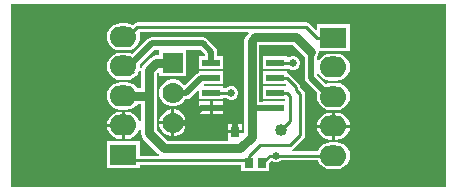
<source format=gtl>
G04*
G04 #@! TF.GenerationSoftware,Altium Limited,CircuitMaker,2.2.1 (2.2.1.6)*
G04*
G04 Layer_Physical_Order=1*
G04 Layer_Color=25308*
%FSLAX24Y24*%
%MOIN*%
G70*
G04*
G04 #@! TF.SameCoordinates,D96103DE-5CF1-4447-99B2-040B1386396B*
G04*
G04*
G04 #@! TF.FilePolarity,Positive*
G04*
G01*
G75*
%ADD11C,0.0100*%
%ADD14R,0.0610X0.0236*%
%ADD15R,0.0276X0.0335*%
%ADD16R,0.0256X0.0354*%
%ADD17C,0.0400*%
%ADD27C,0.0200*%
%ADD28C,0.0300*%
%ADD29O,0.0900X0.0700*%
%ADD30R,0.0900X0.0700*%
%ADD31R,0.0700X0.0700*%
%ADD32C,0.0700*%
%ADD33C,0.0250*%
G36*
X23250Y9350D02*
X8750Y9350D01*
X8750Y15450D01*
X23250Y15450D01*
X23250Y9350D01*
X23250Y9350D02*
G37*
%LPC*%
G36*
X18600Y14853D02*
X12963Y14853D01*
X12904Y14841D01*
X12855Y14808D01*
X12814Y14767D01*
X12717Y14807D01*
X12600Y14822D01*
X12400Y14822D01*
X12283Y14807D01*
X12173Y14762D01*
X12079Y14689D01*
X12007Y14595D01*
X11962Y14486D01*
X11946Y14369D01*
X11962Y14251D01*
X12007Y14142D01*
X12079Y14048D01*
X12173Y13975D01*
X12283Y13930D01*
X12400Y13915D01*
X12600Y13915D01*
X12717Y13930D01*
X12827Y13975D01*
X12921Y14048D01*
X12993Y14142D01*
X13038Y14251D01*
X13054Y14369D01*
X13038Y14486D01*
X13034Y14497D01*
X13067Y14547D01*
X16666Y14547D01*
X16687Y14497D01*
X16595Y14406D01*
X16540Y14323D01*
X16521Y14226D01*
X16521Y12000D01*
X16521Y11152D01*
X16502Y11138D01*
X16479Y11150D01*
X16224Y11150D01*
X15996Y11150D01*
X15996Y10923D01*
X15954Y10905D01*
X13956Y10905D01*
X13605Y11256D01*
X13605Y12400D01*
X13605Y13144D01*
X13654Y13193D01*
X13700Y13174D01*
X13700Y13050D01*
X14600Y13050D01*
X14600Y13946D01*
X15066Y13946D01*
X15220Y13792D01*
X15220Y13718D01*
X15019Y13718D01*
X15019Y13282D01*
X15829Y13282D01*
X15829Y13718D01*
X15628Y13718D01*
X15628Y13876D01*
X15612Y13954D01*
X15568Y14020D01*
X15294Y14294D01*
X15228Y14338D01*
X15150Y14354D01*
X13450Y14354D01*
X13372Y14338D01*
X13306Y14294D01*
X12800Y13788D01*
X12717Y13823D01*
X12600Y13838D01*
X12400Y13838D01*
X12283Y13823D01*
X12173Y13777D01*
X12079Y13705D01*
X12007Y13611D01*
X11962Y13502D01*
X11946Y13384D01*
X11962Y13267D01*
X12007Y13157D01*
X12079Y13063D01*
X12173Y12991D01*
X12283Y12946D01*
X12400Y12930D01*
X12600Y12930D01*
X12717Y12946D01*
X12827Y12991D01*
X12916Y13060D01*
X12946Y13079D01*
X12979Y13129D01*
X12981Y13142D01*
X12993Y13157D01*
X13038Y13267D01*
X13054Y13384D01*
X13044Y13456D01*
X13534Y13946D01*
X13700Y13946D01*
X13700Y13755D01*
X13600Y13755D01*
X13502Y13736D01*
X13420Y13680D01*
X13170Y13430D01*
X13115Y13348D01*
X13095Y13250D01*
X13095Y12655D01*
X12972Y12655D01*
X12921Y12721D01*
X12827Y12793D01*
X12717Y12838D01*
X12600Y12854D01*
X12400Y12854D01*
X12283Y12838D01*
X12173Y12793D01*
X12079Y12721D01*
X12007Y12627D01*
X11962Y12517D01*
X11946Y12400D01*
X11962Y12283D01*
X12007Y12173D01*
X12079Y12079D01*
X12173Y12007D01*
X12283Y11962D01*
X12400Y11946D01*
X12600Y11946D01*
X12717Y11962D01*
X12827Y12007D01*
X12921Y12079D01*
X12972Y12145D01*
X13095Y12145D01*
X13095Y11486D01*
X13045Y11482D01*
X13038Y11533D01*
X12993Y11643D01*
X12921Y11737D01*
X12827Y11809D01*
X12717Y11854D01*
X12600Y11870D01*
X12550Y11870D01*
X12550Y11416D01*
X12550Y10962D01*
X12600Y10962D01*
X12717Y10977D01*
X12827Y11023D01*
X12921Y11095D01*
X12993Y11189D01*
X13038Y11298D01*
X13045Y11349D01*
X13095Y11346D01*
X13095Y11150D01*
X13115Y11052D01*
X13170Y10970D01*
X13670Y10470D01*
X13695Y10453D01*
X13680Y10403D01*
X13050Y10403D01*
X13050Y10882D01*
X11950Y10882D01*
X11950Y9981D01*
X13050Y9981D01*
X13050Y10097D01*
X16436Y10097D01*
X16436Y9883D01*
X17364Y9883D01*
X17364Y10172D01*
X17437Y10245D01*
X17466Y10216D01*
X17549Y10182D01*
X17638Y10182D01*
X17721Y10216D01*
X17759Y10254D01*
X18976Y10254D01*
X19007Y10180D01*
X19079Y10086D01*
X19173Y10014D01*
X19283Y9968D01*
X19400Y9953D01*
X19600Y9953D01*
X19717Y9968D01*
X19827Y10014D01*
X19921Y10086D01*
X19993Y10180D01*
X20038Y10289D01*
X20054Y10407D01*
X20038Y10524D01*
X19993Y10634D01*
X19921Y10728D01*
X19827Y10800D01*
X19717Y10845D01*
X19600Y10861D01*
X19400Y10861D01*
X19283Y10845D01*
X19173Y10800D01*
X19079Y10728D01*
X19007Y10634D01*
X18976Y10560D01*
X18118Y10560D01*
X18109Y10609D01*
X18158Y10642D01*
X18508Y10992D01*
X18541Y11041D01*
X18553Y11100D01*
X18553Y12450D01*
X18541Y12509D01*
X18508Y12558D01*
X18403Y12663D01*
X18403Y12700D01*
X18391Y12759D01*
X18358Y12808D01*
X18058Y13108D01*
X18009Y13141D01*
X17955Y13152D01*
X17955Y13218D01*
X17145Y13218D01*
X17145Y12782D01*
X17927Y12782D01*
X17935Y12768D01*
X17906Y12718D01*
X17145Y12718D01*
X17145Y12282D01*
X17897Y12282D01*
X17897Y12218D01*
X17145Y12218D01*
X17145Y12204D01*
X17030Y12204D01*
X17030Y14095D01*
X18144Y14095D01*
X18546Y13693D01*
X18546Y13000D01*
X18562Y12922D01*
X18606Y12856D01*
X18964Y12498D01*
X18962Y12493D01*
X18946Y12375D01*
X18962Y12258D01*
X19007Y12148D01*
X19079Y12054D01*
X19173Y11982D01*
X19283Y11937D01*
X19400Y11921D01*
X19600Y11921D01*
X19717Y11937D01*
X19827Y11982D01*
X19921Y12054D01*
X19993Y12148D01*
X20038Y12258D01*
X20054Y12375D01*
X20038Y12493D01*
X19993Y12602D01*
X19921Y12696D01*
X19827Y12768D01*
X19717Y12814D01*
X19600Y12829D01*
X19400Y12829D01*
X19283Y12814D01*
X19242Y12797D01*
X18956Y13082D01*
X18960Y13116D01*
X18991Y13127D01*
X19011Y13128D01*
X19079Y13039D01*
X19173Y12966D01*
X19283Y12921D01*
X19400Y12906D01*
X19600Y12906D01*
X19717Y12921D01*
X19827Y12966D01*
X19921Y13039D01*
X19993Y13133D01*
X20038Y13242D01*
X20054Y13359D01*
X20038Y13477D01*
X19993Y13586D01*
X19921Y13680D01*
X19827Y13753D01*
X19717Y13798D01*
X19600Y13813D01*
X19400Y13813D01*
X19283Y13798D01*
X19173Y13753D01*
X19079Y13680D01*
X19007Y13586D01*
X19004Y13579D01*
X18954Y13589D01*
X18954Y13705D01*
X18986Y13752D01*
X19005Y13850D01*
X19004Y13855D01*
X19036Y13894D01*
X20050Y13894D01*
X20050Y14794D01*
X18950Y14794D01*
X18950Y14632D01*
X18904Y14612D01*
X18708Y14808D01*
X18659Y14841D01*
X18600Y14853D01*
X18600Y14853D02*
G37*
G36*
X18195Y13725D02*
X18105Y13725D01*
X18023Y13691D01*
X18005Y13673D01*
X17955Y13694D01*
X17955Y13718D01*
X17145Y13718D01*
X17145Y13282D01*
X17955Y13282D01*
X17955Y13306D01*
X18005Y13327D01*
X18023Y13309D01*
X18105Y13275D01*
X18195Y13275D01*
X18277Y13309D01*
X18341Y13373D01*
X18375Y13455D01*
X18375Y13545D01*
X18341Y13627D01*
X18277Y13691D01*
X18195Y13725D01*
X18195Y13725D02*
G37*
G36*
X15829Y13218D02*
X15019Y13218D01*
X15019Y13186D01*
X14956Y13144D01*
X14568Y12756D01*
X14518Y12763D01*
X14510Y12776D01*
X14426Y12860D01*
X14324Y12919D01*
X14209Y12950D01*
X14091Y12950D01*
X13976Y12919D01*
X13874Y12860D01*
X13790Y12776D01*
X13731Y12674D01*
X13700Y12559D01*
X13700Y12441D01*
X13731Y12326D01*
X13790Y12224D01*
X13874Y12140D01*
X13976Y12081D01*
X14091Y12050D01*
X14209Y12050D01*
X14324Y12081D01*
X14426Y12140D01*
X14510Y12224D01*
X14552Y12296D01*
X14600Y12296D01*
X14678Y12312D01*
X14744Y12356D01*
X14973Y12584D01*
X15019Y12565D01*
X15019Y12282D01*
X15829Y12282D01*
X15829Y12347D01*
X15935Y12347D01*
X15973Y12309D01*
X16055Y12275D01*
X16145Y12275D01*
X16227Y12309D01*
X16291Y12373D01*
X16325Y12455D01*
X16325Y12545D01*
X16291Y12627D01*
X16227Y12691D01*
X16145Y12725D01*
X16055Y12725D01*
X15973Y12691D01*
X15935Y12653D01*
X15829Y12653D01*
X15829Y12718D01*
X15215Y12718D01*
X15190Y12768D01*
X15200Y12782D01*
X15829Y12782D01*
X15829Y13218D01*
X15829Y13218D02*
G37*
G36*
X15829Y12218D02*
X15474Y12218D01*
X15474Y12050D01*
X15829Y12050D01*
X15829Y12218D01*
X15829Y12218D02*
G37*
G36*
X15374Y12218D02*
X15019Y12218D01*
X15019Y12050D01*
X15374Y12050D01*
X15374Y12218D01*
X15374Y12218D02*
G37*
G36*
X15829Y11950D02*
X15474Y11950D01*
X15474Y11782D01*
X15829Y11782D01*
X15829Y11950D01*
X15829Y11950D02*
G37*
G36*
X15374Y11950D02*
X15019Y11950D01*
X15019Y11782D01*
X15374Y11782D01*
X15374Y11950D01*
X15374Y11950D02*
G37*
G36*
X14209Y11950D02*
X14200Y11950D01*
X14200Y11550D01*
X14600Y11550D01*
X14600Y11559D01*
X14569Y11674D01*
X14510Y11776D01*
X14426Y11860D01*
X14324Y11919D01*
X14209Y11950D01*
X14209Y11950D02*
G37*
G36*
X14100Y11950D02*
X14091Y11950D01*
X13976Y11919D01*
X13874Y11860D01*
X13790Y11776D01*
X13731Y11674D01*
X13700Y11559D01*
X13700Y11550D01*
X14100Y11550D01*
X14100Y11950D01*
X14100Y11950D02*
G37*
G36*
X12450Y11870D02*
X12400Y11870D01*
X12283Y11854D01*
X12173Y11809D01*
X12079Y11737D01*
X12007Y11643D01*
X11962Y11533D01*
X11953Y11466D01*
X12450Y11466D01*
X12450Y11870D01*
X12450Y11870D02*
G37*
G36*
X19600Y11845D02*
X19550Y11845D01*
X19550Y11441D01*
X20047Y11441D01*
X20038Y11508D01*
X19993Y11618D01*
X19921Y11712D01*
X19827Y11784D01*
X19717Y11829D01*
X19600Y11845D01*
X19600Y11845D02*
G37*
G36*
X19450Y11845D02*
X19400Y11845D01*
X19283Y11829D01*
X19173Y11784D01*
X19079Y11712D01*
X19007Y11618D01*
X18962Y11508D01*
X18953Y11441D01*
X19450Y11441D01*
X19450Y11845D01*
X19450Y11845D02*
G37*
G36*
X16452Y11477D02*
X16274Y11477D01*
X16274Y11250D01*
X16452Y11250D01*
X16452Y11477D01*
X16452Y11477D02*
G37*
G36*
X16174Y11477D02*
X15996Y11477D01*
X15996Y11250D01*
X16174Y11250D01*
X16174Y11477D01*
X16174Y11477D02*
G37*
G36*
X14600Y11450D02*
X14200Y11450D01*
X14200Y11050D01*
X14209Y11050D01*
X14324Y11081D01*
X14426Y11140D01*
X14510Y11224D01*
X14569Y11326D01*
X14600Y11441D01*
X14600Y11450D01*
X14600Y11450D02*
G37*
G36*
X14100Y11450D02*
X13700Y11450D01*
X13700Y11441D01*
X13731Y11326D01*
X13790Y11224D01*
X13874Y11140D01*
X13976Y11081D01*
X14091Y11050D01*
X14100Y11050D01*
X14100Y11450D01*
X14100Y11450D02*
G37*
G36*
X12450Y11366D02*
X11953Y11366D01*
X11962Y11298D01*
X12007Y11189D01*
X12079Y11095D01*
X12173Y11023D01*
X12283Y10977D01*
X12400Y10962D01*
X12450Y10962D01*
X12450Y11366D01*
X12450Y11366D02*
G37*
G36*
X20047Y11341D02*
X19550Y11341D01*
X19550Y10937D01*
X19600Y10937D01*
X19717Y10953D01*
X19827Y10998D01*
X19921Y11070D01*
X19993Y11164D01*
X20038Y11273D01*
X20047Y11341D01*
X20047Y11341D02*
G37*
G36*
X19450Y11341D02*
X18953Y11341D01*
X18962Y11273D01*
X19007Y11164D01*
X19079Y11070D01*
X19173Y10998D01*
X19283Y10953D01*
X19400Y10937D01*
X19450Y10937D01*
X19450Y11341D01*
X19450Y11341D02*
G37*
%LPD*%
D11*
X17593Y10407D02*
X19500Y10407D01*
X17383Y10407D02*
X17593Y10407D01*
X17126Y10150D02*
X17383Y10407D01*
X17550Y13500D02*
X18150Y13500D01*
X18600Y14700D02*
X18956Y14344D01*
X19500Y14344D01*
X17050Y10750D02*
X18050Y10750D01*
X18400Y11100D01*
X16699Y10399D02*
X17050Y10750D01*
X16699Y10125D02*
X16699Y10399D01*
X12400Y10250D02*
X16624Y10250D01*
X18400Y11100D02*
X18400Y12450D01*
X18250Y12600D02*
X18400Y12450D01*
X18250Y12600D02*
X18250Y12700D01*
X17950Y13000D02*
X18250Y12700D01*
X17550Y13000D02*
X17950Y13000D01*
X16624Y10250D02*
X16699Y10125D01*
X18050Y11550D02*
X18050Y12400D01*
X17750Y11250D02*
X18050Y11550D01*
X12500Y13187D02*
X12837Y13187D01*
X12500Y14500D02*
X12631Y14369D01*
X12963Y14700D02*
X18600Y14700D01*
X12631Y14369D02*
X12963Y14700D01*
X12500Y14369D02*
X12631Y14369D01*
X12750Y14250D01*
X15424Y12500D02*
X16100Y12500D01*
X12500Y13384D02*
X12684Y13384D01*
X17950Y12500D02*
X18050Y12400D01*
X17550Y12500D02*
X17950Y12500D01*
D14*
X17550Y12000D02*
D03*
X17550Y12500D02*
D03*
X17550Y13000D02*
D03*
X17550Y13500D02*
D03*
X15424Y12000D02*
D03*
X15424Y12500D02*
D03*
X15424Y13000D02*
D03*
X15424Y13500D02*
D03*
D15*
X16674Y10150D02*
D03*
X17126Y10150D02*
D03*
D16*
X16776Y11200D02*
D03*
X16224Y11200D02*
D03*
D17*
X17750Y11250D02*
D03*
D27*
X18750Y13000D02*
X18750Y13850D01*
X16776Y12000D02*
X17550Y12000D01*
X19375Y12375D02*
X19500Y12375D01*
X18750Y13000D02*
X19375Y12375D01*
X15424Y13500D02*
X15424Y13876D01*
X15150Y14150D02*
X15424Y13876D01*
X13450Y14150D02*
X15150Y14150D01*
X16224Y11300D02*
X16224Y11626D01*
X15850Y12000D02*
X16224Y11626D01*
X15424Y12000D02*
X15850Y12000D01*
X12684Y13384D02*
X13450Y14150D01*
X15100Y12000D02*
X15424Y12000D01*
X14600Y11500D02*
X15100Y12000D01*
X14150Y11500D02*
X14600Y11500D01*
X15100Y13000D02*
X15424Y13000D01*
X14600Y12500D02*
X15100Y13000D01*
X14150Y12500D02*
X14600Y12500D01*
D28*
X18250Y14350D02*
X18750Y13850D01*
X16900Y14350D02*
X18250Y14350D01*
X16776Y14226D02*
X16900Y14350D01*
X16776Y12000D02*
X16776Y14226D01*
X16776Y11200D02*
X16776Y12000D01*
X13850Y10650D02*
X16400Y10650D01*
X13350Y11150D02*
X13850Y10650D01*
X13350Y11150D02*
X13350Y12400D01*
X12500Y12400D02*
X13350Y12400D01*
X16400Y10650D02*
X16776Y11026D01*
X13600Y13500D02*
X14150Y13500D01*
X13350Y13250D02*
X13600Y13500D01*
X13350Y12400D02*
X13350Y13250D01*
X16776Y11026D02*
X16776Y11200D01*
D29*
X19500Y10407D02*
D03*
X19500Y11391D02*
D03*
X19500Y13359D02*
D03*
X19500Y12375D02*
D03*
X12500Y12400D02*
D03*
X12500Y11416D02*
D03*
X12500Y13384D02*
D03*
X12500Y14369D02*
D03*
D30*
X19500Y14344D02*
D03*
X12500Y10431D02*
D03*
D31*
X14150Y13500D02*
D03*
D32*
X14150Y11500D02*
D03*
X14150Y12500D02*
D03*
D33*
X17593Y10407D02*
D03*
X18150Y13500D02*
D03*
X16100Y12500D02*
D03*
M02*

</source>
